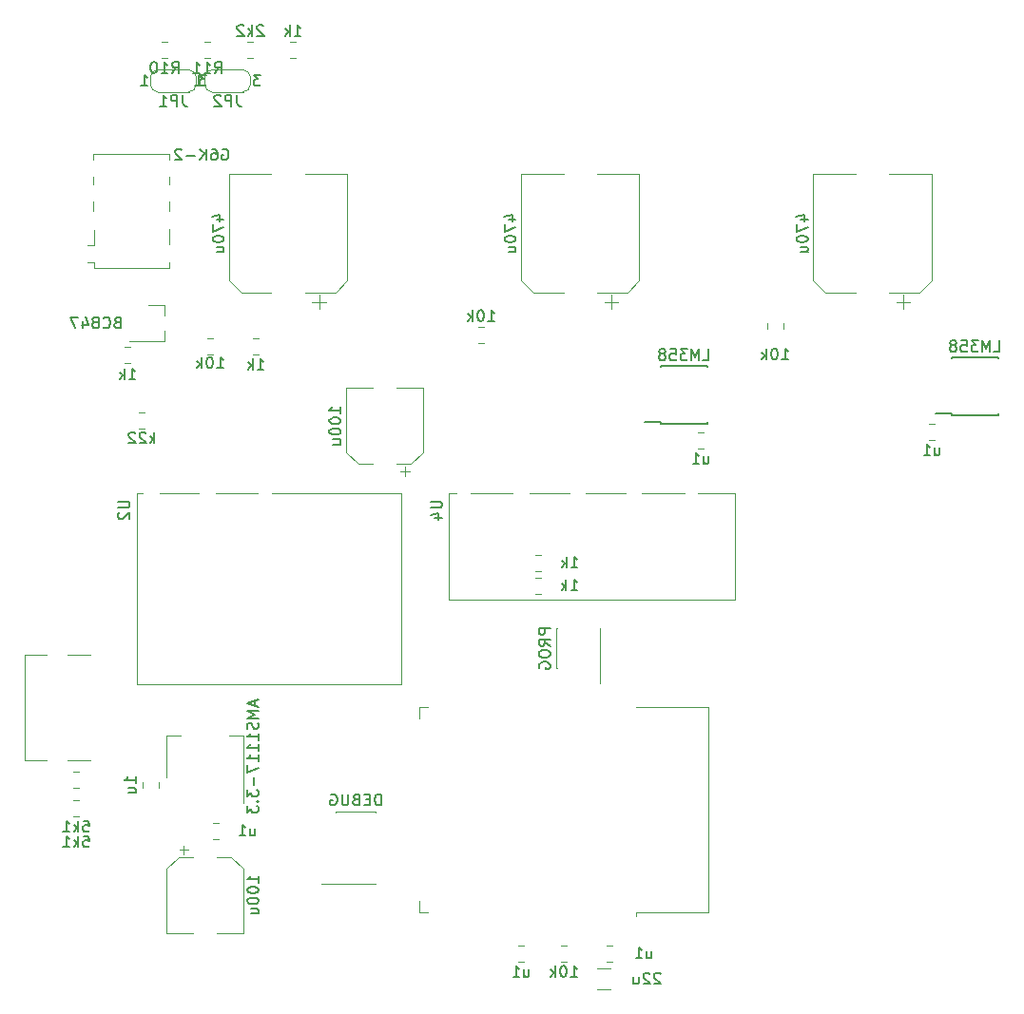
<source format=gbr>
%TF.GenerationSoftware,KiCad,Pcbnew,(5.1.6)-1*%
%TF.CreationDate,2020-10-02T15:44:05+02:00*%
%TF.ProjectId,PTnglieder,50546e67-6c69-4656-9465-722e6b696361,rev?*%
%TF.SameCoordinates,Original*%
%TF.FileFunction,Legend,Bot*%
%TF.FilePolarity,Positive*%
%FSLAX46Y46*%
G04 Gerber Fmt 4.6, Leading zero omitted, Abs format (unit mm)*
G04 Created by KiCad (PCBNEW (5.1.6)-1) date 2020-10-02 15:44:05*
%MOMM*%
%LPD*%
G01*
G04 APERTURE LIST*
%ADD10C,0.120000*%
%ADD11C,0.150000*%
G04 APERTURE END LIST*
D10*
%TO.C,J7*%
X81775000Y-123576000D02*
X81775000Y-123511000D01*
X78245000Y-123576000D02*
X78245000Y-123511000D01*
X81775000Y-129981000D02*
X81775000Y-129916000D01*
X78245000Y-129981000D02*
X78245000Y-129916000D01*
X76920000Y-129916000D02*
X78245000Y-129916000D01*
X78245000Y-123511000D02*
X81775000Y-123511000D01*
X78245000Y-129981000D02*
X81775000Y-129981000D01*
%TO.C,R15*%
X60698748Y-87936000D02*
X61221252Y-87936000D01*
X60698748Y-89356000D02*
X61221252Y-89356000D01*
%TO.C,U4*%
X110500000Y-95155000D02*
X113750000Y-95155000D01*
X105500000Y-95155000D02*
X109250000Y-95155000D01*
X100500000Y-95155000D02*
X104000000Y-95155000D01*
X95500000Y-95155000D02*
X99000000Y-95155000D01*
X90250000Y-95155000D02*
X94000000Y-95155000D01*
X88250000Y-95155000D02*
X89000000Y-95155000D01*
X88250000Y-95155000D02*
X88250000Y-104655000D01*
X88250000Y-104655000D02*
X113750000Y-104655000D01*
X113750000Y-104655000D02*
X113750000Y-95155000D01*
%TO.C,R14*%
X98813252Y-136854000D02*
X98290748Y-136854000D01*
X98813252Y-135434000D02*
X98290748Y-135434000D01*
%TO.C,C12*%
X102354748Y-135434000D02*
X102877252Y-135434000D01*
X102354748Y-136854000D02*
X102877252Y-136854000D01*
%TO.C,C11*%
X101505936Y-137520000D02*
X102710064Y-137520000D01*
X101505936Y-139340000D02*
X102710064Y-139340000D01*
%TO.C,C10*%
X95003252Y-136854000D02*
X94480748Y-136854000D01*
X95003252Y-135434000D02*
X94480748Y-135434000D01*
D11*
%TO.C,U5*%
X133053000Y-88028000D02*
X131653000Y-88028000D01*
X133053000Y-83023000D02*
X137203000Y-83023000D01*
X133053000Y-88173000D02*
X137203000Y-88173000D01*
X133053000Y-83023000D02*
X133053000Y-83168000D01*
X137203000Y-83023000D02*
X137203000Y-83168000D01*
X137203000Y-88173000D02*
X137203000Y-88028000D01*
X133053000Y-88173000D02*
X133053000Y-88028000D01*
D10*
%TO.C,U6*%
X104990000Y-132485000D02*
X104990000Y-132865000D01*
X111410000Y-132485000D02*
X104990000Y-132485000D01*
X111410000Y-114245000D02*
X104990000Y-114245000D01*
X111410000Y-132485000D02*
X111410000Y-114245000D01*
X85665000Y-114245000D02*
X85665000Y-115245000D01*
X86445000Y-114245000D02*
X85665000Y-114245000D01*
X85665000Y-132485000D02*
X85665000Y-131485000D01*
X86445000Y-132485000D02*
X85665000Y-132485000D01*
%TO.C,J5*%
X52455000Y-118950000D02*
X50555000Y-118950000D01*
X56355000Y-118950000D02*
X54355000Y-118950000D01*
X52455000Y-109550000D02*
X50555000Y-109550000D01*
X56355000Y-109550000D02*
X54355000Y-109550000D01*
X50555000Y-118950000D02*
X50555000Y-109550000D01*
%TO.C,C5*%
X120740000Y-66740000D02*
X124490000Y-66740000D01*
X131260000Y-66740000D02*
X127510000Y-66740000D01*
X131260000Y-76195563D02*
X131260000Y-66740000D01*
X120740000Y-76195563D02*
X120740000Y-66740000D01*
X121804437Y-77260000D02*
X124490000Y-77260000D01*
X130195563Y-77260000D02*
X127510000Y-77260000D01*
X130195563Y-77260000D02*
X131260000Y-76195563D01*
X121804437Y-77260000D02*
X120740000Y-76195563D01*
X128760000Y-78750000D02*
X128760000Y-77500000D01*
X129385000Y-78125000D02*
X128135000Y-78125000D01*
%TO.C,U3*%
X63138000Y-116708000D02*
X64398000Y-116708000D01*
X69958000Y-116708000D02*
X68698000Y-116708000D01*
X63138000Y-120468000D02*
X63138000Y-116708000D01*
X69958000Y-122718000D02*
X69958000Y-116708000D01*
%TO.C,U2*%
X61052000Y-95143000D02*
X60552000Y-95143000D01*
X66052000Y-95143000D02*
X62552000Y-95143000D01*
X71302000Y-95143000D02*
X67552000Y-95143000D01*
X60552000Y-112143000D02*
X60552000Y-95143000D01*
X84052000Y-112143000D02*
X60552000Y-112143000D01*
X84052000Y-95143000D02*
X84052000Y-112143000D01*
X72552000Y-95143000D02*
X84052000Y-95143000D01*
%TO.C,R13*%
X74160748Y-54916000D02*
X74683252Y-54916000D01*
X74160748Y-56336000D02*
X74683252Y-56336000D01*
%TO.C,R12*%
X70350748Y-54916000D02*
X70873252Y-54916000D01*
X70350748Y-56336000D02*
X70873252Y-56336000D01*
%TO.C,R11*%
X66540748Y-54916000D02*
X67063252Y-54916000D01*
X66540748Y-56336000D02*
X67063252Y-56336000D01*
%TO.C,R10*%
X62739748Y-54916000D02*
X63262252Y-54916000D01*
X62739748Y-56336000D02*
X63262252Y-56336000D01*
%TO.C,R9*%
X55379252Y-121360000D02*
X54856748Y-121360000D01*
X55379252Y-119940000D02*
X54856748Y-119940000D01*
%TO.C,R8*%
X54856748Y-122480000D02*
X55379252Y-122480000D01*
X54856748Y-123900000D02*
X55379252Y-123900000D01*
%TO.C,R7*%
X59428748Y-82094000D02*
X59951252Y-82094000D01*
X59428748Y-83514000D02*
X59951252Y-83514000D01*
%TO.C,R6*%
X116638000Y-80525252D02*
X116638000Y-80002748D01*
X118058000Y-80525252D02*
X118058000Y-80002748D01*
%TO.C,R5*%
X90924748Y-80316000D02*
X91447252Y-80316000D01*
X90924748Y-81736000D02*
X91447252Y-81736000D01*
%TO.C,R4*%
X95995748Y-100636000D02*
X96518252Y-100636000D01*
X95995748Y-102056000D02*
X96518252Y-102056000D01*
%TO.C,R3*%
X95995748Y-104088000D02*
X96518252Y-104088000D01*
X95995748Y-102668000D02*
X96518252Y-102668000D01*
%TO.C,R2*%
X66785748Y-81332000D02*
X67308252Y-81332000D01*
X66785748Y-82752000D02*
X67308252Y-82752000D01*
%TO.C,R1*%
X71381252Y-82752000D02*
X70858748Y-82752000D01*
X71381252Y-81332000D02*
X70858748Y-81332000D01*
%TO.C,Q1*%
X62990000Y-78430000D02*
X61530000Y-78430000D01*
X62990000Y-81590000D02*
X59830000Y-81590000D01*
X62990000Y-81590000D02*
X62990000Y-80660000D01*
X62990000Y-78430000D02*
X62990000Y-79360000D01*
%TO.C,K1*%
X56700000Y-73090000D02*
X56100000Y-73090000D01*
X56700000Y-74590000D02*
X56100000Y-74590000D01*
X56700000Y-75090000D02*
X56700000Y-74590000D01*
X56700000Y-71690000D02*
X56700000Y-73090000D01*
X56660000Y-69200000D02*
X56660000Y-70000000D01*
X56660000Y-67000000D02*
X56660000Y-67600000D01*
X56660000Y-64900000D02*
X56660000Y-65400000D01*
X63360000Y-64900000D02*
X56660000Y-64900000D01*
X63360000Y-65400000D02*
X63360000Y-64900000D01*
X63360000Y-67600000D02*
X63360000Y-67000000D01*
X63360000Y-70000000D02*
X63360000Y-69200000D01*
X63360000Y-73000000D02*
X63360000Y-71600000D01*
X63360000Y-75100000D02*
X63360000Y-74600000D01*
X56700000Y-75090000D02*
X63360000Y-75100000D01*
%TO.C,JP2*%
X67180000Y-59420000D02*
X69980000Y-59420000D01*
X70630000Y-58720000D02*
X70630000Y-58120000D01*
X69980000Y-57420000D02*
X67180000Y-57420000D01*
X66530000Y-58120000D02*
X66530000Y-58720000D01*
X66530000Y-58720000D02*
G75*
G03*
X67230000Y-59420000I700000J0D01*
G01*
X67230000Y-57420000D02*
G75*
G03*
X66530000Y-58120000I0J-700000D01*
G01*
X70630000Y-58120000D02*
G75*
G03*
X69930000Y-57420000I-700000J0D01*
G01*
X69930000Y-59420000D02*
G75*
G03*
X70630000Y-58720000I0J700000D01*
G01*
%TO.C,JP1*%
X62354000Y-59420000D02*
X65154000Y-59420000D01*
X65804000Y-58720000D02*
X65804000Y-58120000D01*
X65154000Y-57420000D02*
X62354000Y-57420000D01*
X61704000Y-58120000D02*
X61704000Y-58720000D01*
X61704000Y-58720000D02*
G75*
G03*
X62404000Y-59420000I700000J0D01*
G01*
X62404000Y-57420000D02*
G75*
G03*
X61704000Y-58120000I0J-700000D01*
G01*
X65804000Y-58120000D02*
G75*
G03*
X65104000Y-57420000I-700000J0D01*
G01*
X65104000Y-59420000D02*
G75*
G03*
X65804000Y-58720000I0J700000D01*
G01*
%TO.C,J6*%
X97922000Y-107201000D02*
X97857000Y-107201000D01*
X97922000Y-110731000D02*
X97857000Y-110731000D01*
X101787000Y-107201000D02*
X101722000Y-107201000D01*
X101787000Y-110731000D02*
X101722000Y-110731000D01*
X101722000Y-112056000D02*
X101722000Y-110731000D01*
X97857000Y-110731000D02*
X97857000Y-107201000D01*
X101787000Y-110731000D02*
X101787000Y-107201000D01*
%TO.C,C9*%
X64306750Y-126926250D02*
X65094250Y-126926250D01*
X64700500Y-126532500D02*
X64700500Y-127320000D01*
X68893563Y-127560000D02*
X69958000Y-128624437D01*
X64202437Y-127560000D02*
X63138000Y-128624437D01*
X64202437Y-127560000D02*
X65488000Y-127560000D01*
X68893563Y-127560000D02*
X67608000Y-127560000D01*
X69958000Y-128624437D02*
X69958000Y-134380000D01*
X63138000Y-128624437D02*
X63138000Y-134380000D01*
X63138000Y-134380000D02*
X65488000Y-134380000D01*
X69958000Y-134380000D02*
X67608000Y-134380000D01*
%TO.C,C8*%
X67311748Y-124512000D02*
X67834252Y-124512000D01*
X67311748Y-125932000D02*
X67834252Y-125932000D01*
%TO.C,C7*%
X62432000Y-120896748D02*
X62432000Y-121419252D01*
X61012000Y-120896748D02*
X61012000Y-121419252D01*
%TO.C,C6*%
X111005252Y-91134000D02*
X110482748Y-91134000D01*
X111005252Y-89714000D02*
X110482748Y-89714000D01*
%TO.C,C1*%
X131579252Y-90372000D02*
X131056748Y-90372000D01*
X131579252Y-88952000D02*
X131056748Y-88952000D01*
D11*
%TO.C,U1*%
X107145000Y-88935000D02*
X107145000Y-88790000D01*
X111295000Y-88935000D02*
X111295000Y-88790000D01*
X111295000Y-83785000D02*
X111295000Y-83930000D01*
X107145000Y-83785000D02*
X107145000Y-83930000D01*
X107145000Y-88935000D02*
X111295000Y-88935000D01*
X107145000Y-83785000D02*
X111295000Y-83785000D01*
X107145000Y-88790000D02*
X105745000Y-88790000D01*
D10*
%TO.C,C4*%
X94740000Y-66740000D02*
X98490000Y-66740000D01*
X105260000Y-66740000D02*
X101510000Y-66740000D01*
X105260000Y-76195563D02*
X105260000Y-66740000D01*
X94740000Y-76195563D02*
X94740000Y-66740000D01*
X95804437Y-77260000D02*
X98490000Y-77260000D01*
X104195563Y-77260000D02*
X101510000Y-77260000D01*
X104195563Y-77260000D02*
X105260000Y-76195563D01*
X95804437Y-77260000D02*
X94740000Y-76195563D01*
X102760000Y-78750000D02*
X102760000Y-77500000D01*
X103385000Y-78125000D02*
X102135000Y-78125000D01*
%TO.C,C3*%
X68740000Y-66740000D02*
X72490000Y-66740000D01*
X79260000Y-66740000D02*
X75510000Y-66740000D01*
X79260000Y-76195563D02*
X79260000Y-66740000D01*
X68740000Y-76195563D02*
X68740000Y-66740000D01*
X69804437Y-77260000D02*
X72490000Y-77260000D01*
X78195563Y-77260000D02*
X75510000Y-77260000D01*
X78195563Y-77260000D02*
X79260000Y-76195563D01*
X69804437Y-77260000D02*
X68740000Y-76195563D01*
X76760000Y-78750000D02*
X76760000Y-77500000D01*
X77385000Y-78125000D02*
X76135000Y-78125000D01*
%TO.C,C2*%
X79140000Y-85744000D02*
X81490000Y-85744000D01*
X85960000Y-85744000D02*
X83610000Y-85744000D01*
X85960000Y-91499563D02*
X85960000Y-85744000D01*
X79140000Y-91499563D02*
X79140000Y-85744000D01*
X80204437Y-92564000D02*
X81490000Y-92564000D01*
X84895563Y-92564000D02*
X83610000Y-92564000D01*
X84895563Y-92564000D02*
X85960000Y-91499563D01*
X80204437Y-92564000D02*
X79140000Y-91499563D01*
X84397500Y-93591500D02*
X84397500Y-92804000D01*
X84791250Y-93197750D02*
X84003750Y-93197750D01*
%TO.C,J7*%
D11*
X82248095Y-122963380D02*
X82248095Y-121963380D01*
X82010000Y-121963380D01*
X81867142Y-122011000D01*
X81771904Y-122106238D01*
X81724285Y-122201476D01*
X81676666Y-122391952D01*
X81676666Y-122534809D01*
X81724285Y-122725285D01*
X81771904Y-122820523D01*
X81867142Y-122915761D01*
X82010000Y-122963380D01*
X82248095Y-122963380D01*
X81248095Y-122439571D02*
X80914761Y-122439571D01*
X80771904Y-122963380D02*
X81248095Y-122963380D01*
X81248095Y-121963380D01*
X80771904Y-121963380D01*
X80010000Y-122439571D02*
X79867142Y-122487190D01*
X79819523Y-122534809D01*
X79771904Y-122630047D01*
X79771904Y-122772904D01*
X79819523Y-122868142D01*
X79867142Y-122915761D01*
X79962380Y-122963380D01*
X80343333Y-122963380D01*
X80343333Y-121963380D01*
X80010000Y-121963380D01*
X79914761Y-122011000D01*
X79867142Y-122058619D01*
X79819523Y-122153857D01*
X79819523Y-122249095D01*
X79867142Y-122344333D01*
X79914761Y-122391952D01*
X80010000Y-122439571D01*
X80343333Y-122439571D01*
X79343333Y-121963380D02*
X79343333Y-122772904D01*
X79295714Y-122868142D01*
X79248095Y-122915761D01*
X79152857Y-122963380D01*
X78962380Y-122963380D01*
X78867142Y-122915761D01*
X78819523Y-122868142D01*
X78771904Y-122772904D01*
X78771904Y-121963380D01*
X77771904Y-122011000D02*
X77867142Y-121963380D01*
X78010000Y-121963380D01*
X78152857Y-122011000D01*
X78248095Y-122106238D01*
X78295714Y-122201476D01*
X78343333Y-122391952D01*
X78343333Y-122534809D01*
X78295714Y-122725285D01*
X78248095Y-122820523D01*
X78152857Y-122915761D01*
X78010000Y-122963380D01*
X77914761Y-122963380D01*
X77771904Y-122915761D01*
X77724285Y-122868142D01*
X77724285Y-122534809D01*
X77914761Y-122534809D01*
%TO.C,R15*%
X62079047Y-90702380D02*
X62079047Y-89702380D01*
X61983809Y-90321428D02*
X61698095Y-90702380D01*
X61698095Y-90035714D02*
X62079047Y-90416666D01*
X61317142Y-89797619D02*
X61269523Y-89750000D01*
X61174285Y-89702380D01*
X60936190Y-89702380D01*
X60840952Y-89750000D01*
X60793333Y-89797619D01*
X60745714Y-89892857D01*
X60745714Y-89988095D01*
X60793333Y-90130952D01*
X61364761Y-90702380D01*
X60745714Y-90702380D01*
X60364761Y-89797619D02*
X60317142Y-89750000D01*
X60221904Y-89702380D01*
X59983809Y-89702380D01*
X59888571Y-89750000D01*
X59840952Y-89797619D01*
X59793333Y-89892857D01*
X59793333Y-89988095D01*
X59840952Y-90130952D01*
X60412380Y-90702380D01*
X59793333Y-90702380D01*
%TO.C,U4*%
X86692380Y-95893095D02*
X87501904Y-95893095D01*
X87597142Y-95940714D01*
X87644761Y-95988333D01*
X87692380Y-96083571D01*
X87692380Y-96274047D01*
X87644761Y-96369285D01*
X87597142Y-96416904D01*
X87501904Y-96464523D01*
X86692380Y-96464523D01*
X87025714Y-97369285D02*
X87692380Y-97369285D01*
X86644761Y-97131190D02*
X87359047Y-96893095D01*
X87359047Y-97512142D01*
%TO.C,R14*%
X99147238Y-138246380D02*
X99718666Y-138246380D01*
X99432952Y-138246380D02*
X99432952Y-137246380D01*
X99528190Y-137389238D01*
X99623428Y-137484476D01*
X99718666Y-137532095D01*
X98528190Y-137246380D02*
X98432952Y-137246380D01*
X98337714Y-137294000D01*
X98290095Y-137341619D01*
X98242476Y-137436857D01*
X98194857Y-137627333D01*
X98194857Y-137865428D01*
X98242476Y-138055904D01*
X98290095Y-138151142D01*
X98337714Y-138198761D01*
X98432952Y-138246380D01*
X98528190Y-138246380D01*
X98623428Y-138198761D01*
X98671047Y-138151142D01*
X98718666Y-138055904D01*
X98766285Y-137865428D01*
X98766285Y-137627333D01*
X98718666Y-137436857D01*
X98671047Y-137341619D01*
X98623428Y-137294000D01*
X98528190Y-137246380D01*
X97766285Y-138246380D02*
X97766285Y-137246380D01*
X97671047Y-137865428D02*
X97385333Y-138246380D01*
X97385333Y-137579714D02*
X97766285Y-137960666D01*
%TO.C,C12*%
X105925904Y-135929714D02*
X105925904Y-136596380D01*
X106354476Y-135929714D02*
X106354476Y-136453523D01*
X106306857Y-136548761D01*
X106211619Y-136596380D01*
X106068761Y-136596380D01*
X105973523Y-136548761D01*
X105925904Y-136501142D01*
X104925904Y-136596380D02*
X105497333Y-136596380D01*
X105211619Y-136596380D02*
X105211619Y-135596380D01*
X105306857Y-135739238D01*
X105402095Y-135834476D01*
X105497333Y-135882095D01*
%TO.C,C11*%
X107132285Y-137977619D02*
X107084666Y-137930000D01*
X106989428Y-137882380D01*
X106751333Y-137882380D01*
X106656095Y-137930000D01*
X106608476Y-137977619D01*
X106560857Y-138072857D01*
X106560857Y-138168095D01*
X106608476Y-138310952D01*
X107179904Y-138882380D01*
X106560857Y-138882380D01*
X106179904Y-137977619D02*
X106132285Y-137930000D01*
X106037047Y-137882380D01*
X105798952Y-137882380D01*
X105703714Y-137930000D01*
X105656095Y-137977619D01*
X105608476Y-138072857D01*
X105608476Y-138168095D01*
X105656095Y-138310952D01*
X106227523Y-138882380D01*
X105608476Y-138882380D01*
X104751333Y-138215714D02*
X104751333Y-138882380D01*
X105179904Y-138215714D02*
X105179904Y-138739523D01*
X105132285Y-138834761D01*
X105037047Y-138882380D01*
X104894190Y-138882380D01*
X104798952Y-138834761D01*
X104751333Y-138787142D01*
%TO.C,C10*%
X95003904Y-137579714D02*
X95003904Y-138246380D01*
X95432476Y-137579714D02*
X95432476Y-138103523D01*
X95384857Y-138198761D01*
X95289619Y-138246380D01*
X95146761Y-138246380D01*
X95051523Y-138198761D01*
X95003904Y-138151142D01*
X94003904Y-138246380D02*
X94575333Y-138246380D01*
X94289619Y-138246380D02*
X94289619Y-137246380D01*
X94384857Y-137389238D01*
X94480095Y-137484476D01*
X94575333Y-137532095D01*
%TO.C,U5*%
X136818476Y-82550380D02*
X137294666Y-82550380D01*
X137294666Y-81550380D01*
X136485142Y-82550380D02*
X136485142Y-81550380D01*
X136151809Y-82264666D01*
X135818476Y-81550380D01*
X135818476Y-82550380D01*
X135437523Y-81550380D02*
X134818476Y-81550380D01*
X135151809Y-81931333D01*
X135008952Y-81931333D01*
X134913714Y-81978952D01*
X134866095Y-82026571D01*
X134818476Y-82121809D01*
X134818476Y-82359904D01*
X134866095Y-82455142D01*
X134913714Y-82502761D01*
X135008952Y-82550380D01*
X135294666Y-82550380D01*
X135389904Y-82502761D01*
X135437523Y-82455142D01*
X133913714Y-81550380D02*
X134389904Y-81550380D01*
X134437523Y-82026571D01*
X134389904Y-81978952D01*
X134294666Y-81931333D01*
X134056571Y-81931333D01*
X133961333Y-81978952D01*
X133913714Y-82026571D01*
X133866095Y-82121809D01*
X133866095Y-82359904D01*
X133913714Y-82455142D01*
X133961333Y-82502761D01*
X134056571Y-82550380D01*
X134294666Y-82550380D01*
X134389904Y-82502761D01*
X134437523Y-82455142D01*
X133294666Y-81978952D02*
X133389904Y-81931333D01*
X133437523Y-81883714D01*
X133485142Y-81788476D01*
X133485142Y-81740857D01*
X133437523Y-81645619D01*
X133389904Y-81598000D01*
X133294666Y-81550380D01*
X133104190Y-81550380D01*
X133008952Y-81598000D01*
X132961333Y-81645619D01*
X132913714Y-81740857D01*
X132913714Y-81788476D01*
X132961333Y-81883714D01*
X133008952Y-81931333D01*
X133104190Y-81978952D01*
X133294666Y-81978952D01*
X133389904Y-82026571D01*
X133437523Y-82074190D01*
X133485142Y-82169428D01*
X133485142Y-82359904D01*
X133437523Y-82455142D01*
X133389904Y-82502761D01*
X133294666Y-82550380D01*
X133104190Y-82550380D01*
X133008952Y-82502761D01*
X132961333Y-82455142D01*
X132913714Y-82359904D01*
X132913714Y-82169428D01*
X132961333Y-82074190D01*
X133008952Y-82026571D01*
X133104190Y-81978952D01*
%TO.C,C5*%
X119585714Y-70785714D02*
X120252380Y-70785714D01*
X119204761Y-70547619D02*
X119919047Y-70309523D01*
X119919047Y-70928571D01*
X119252380Y-71214285D02*
X119252380Y-71880952D01*
X120252380Y-71452380D01*
X119252380Y-72452380D02*
X119252380Y-72547619D01*
X119300000Y-72642857D01*
X119347619Y-72690476D01*
X119442857Y-72738095D01*
X119633333Y-72785714D01*
X119871428Y-72785714D01*
X120061904Y-72738095D01*
X120157142Y-72690476D01*
X120204761Y-72642857D01*
X120252380Y-72547619D01*
X120252380Y-72452380D01*
X120204761Y-72357142D01*
X120157142Y-72309523D01*
X120061904Y-72261904D01*
X119871428Y-72214285D01*
X119633333Y-72214285D01*
X119442857Y-72261904D01*
X119347619Y-72309523D01*
X119300000Y-72357142D01*
X119252380Y-72452380D01*
X119585714Y-73642857D02*
X120252380Y-73642857D01*
X119585714Y-73214285D02*
X120109523Y-73214285D01*
X120204761Y-73261904D01*
X120252380Y-73357142D01*
X120252380Y-73500000D01*
X120204761Y-73595238D01*
X120157142Y-73642857D01*
%TO.C,U3*%
X71032666Y-113618000D02*
X71032666Y-114094190D01*
X71318380Y-113522761D02*
X70318380Y-113856095D01*
X71318380Y-114189428D01*
X71318380Y-114522761D02*
X70318380Y-114522761D01*
X71032666Y-114856095D01*
X70318380Y-115189428D01*
X71318380Y-115189428D01*
X71270761Y-115618000D02*
X71318380Y-115760857D01*
X71318380Y-115998952D01*
X71270761Y-116094190D01*
X71223142Y-116141809D01*
X71127904Y-116189428D01*
X71032666Y-116189428D01*
X70937428Y-116141809D01*
X70889809Y-116094190D01*
X70842190Y-115998952D01*
X70794571Y-115808476D01*
X70746952Y-115713238D01*
X70699333Y-115665619D01*
X70604095Y-115618000D01*
X70508857Y-115618000D01*
X70413619Y-115665619D01*
X70366000Y-115713238D01*
X70318380Y-115808476D01*
X70318380Y-116046571D01*
X70366000Y-116189428D01*
X71318380Y-117141809D02*
X71318380Y-116570380D01*
X71318380Y-116856095D02*
X70318380Y-116856095D01*
X70461238Y-116760857D01*
X70556476Y-116665619D01*
X70604095Y-116570380D01*
X71318380Y-118094190D02*
X71318380Y-117522761D01*
X71318380Y-117808476D02*
X70318380Y-117808476D01*
X70461238Y-117713238D01*
X70556476Y-117618000D01*
X70604095Y-117522761D01*
X71318380Y-119046571D02*
X71318380Y-118475142D01*
X71318380Y-118760857D02*
X70318380Y-118760857D01*
X70461238Y-118665619D01*
X70556476Y-118570380D01*
X70604095Y-118475142D01*
X70318380Y-119379904D02*
X70318380Y-120046571D01*
X71318380Y-119618000D01*
X70937428Y-120427523D02*
X70937428Y-121189428D01*
X70318380Y-121570380D02*
X70318380Y-122189428D01*
X70699333Y-121856095D01*
X70699333Y-121998952D01*
X70746952Y-122094190D01*
X70794571Y-122141809D01*
X70889809Y-122189428D01*
X71127904Y-122189428D01*
X71223142Y-122141809D01*
X71270761Y-122094190D01*
X71318380Y-121998952D01*
X71318380Y-121713238D01*
X71270761Y-121618000D01*
X71223142Y-121570380D01*
X71223142Y-122618000D02*
X71270761Y-122665619D01*
X71318380Y-122618000D01*
X71270761Y-122570380D01*
X71223142Y-122618000D01*
X71318380Y-122618000D01*
X70318380Y-122998952D02*
X70318380Y-123618000D01*
X70699333Y-123284666D01*
X70699333Y-123427523D01*
X70746952Y-123522761D01*
X70794571Y-123570380D01*
X70889809Y-123618000D01*
X71127904Y-123618000D01*
X71223142Y-123570380D01*
X71270761Y-123522761D01*
X71318380Y-123427523D01*
X71318380Y-123141809D01*
X71270761Y-123046571D01*
X71223142Y-122998952D01*
%TO.C,U2*%
X58844380Y-95881095D02*
X59653904Y-95881095D01*
X59749142Y-95928714D01*
X59796761Y-95976333D01*
X59844380Y-96071571D01*
X59844380Y-96262047D01*
X59796761Y-96357285D01*
X59749142Y-96404904D01*
X59653904Y-96452523D01*
X58844380Y-96452523D01*
X58939619Y-96881095D02*
X58892000Y-96928714D01*
X58844380Y-97023952D01*
X58844380Y-97262047D01*
X58892000Y-97357285D01*
X58939619Y-97404904D01*
X59034857Y-97452523D01*
X59130095Y-97452523D01*
X59272952Y-97404904D01*
X59844380Y-96833476D01*
X59844380Y-97452523D01*
%TO.C,R13*%
X74541047Y-54428380D02*
X75112476Y-54428380D01*
X74826761Y-54428380D02*
X74826761Y-53428380D01*
X74922000Y-53571238D01*
X75017238Y-53666476D01*
X75112476Y-53714095D01*
X74112476Y-54428380D02*
X74112476Y-53428380D01*
X74017238Y-54047428D02*
X73731523Y-54428380D01*
X73731523Y-53761714D02*
X74112476Y-54142666D01*
%TO.C,R12*%
X71778666Y-53523619D02*
X71731047Y-53476000D01*
X71635809Y-53428380D01*
X71397714Y-53428380D01*
X71302476Y-53476000D01*
X71254857Y-53523619D01*
X71207238Y-53618857D01*
X71207238Y-53714095D01*
X71254857Y-53856952D01*
X71826285Y-54428380D01*
X71207238Y-54428380D01*
X70778666Y-54428380D02*
X70778666Y-53428380D01*
X70683428Y-54047428D02*
X70397714Y-54428380D01*
X70397714Y-53761714D02*
X70778666Y-54142666D01*
X70016761Y-53523619D02*
X69969142Y-53476000D01*
X69873904Y-53428380D01*
X69635809Y-53428380D01*
X69540571Y-53476000D01*
X69492952Y-53523619D01*
X69445333Y-53618857D01*
X69445333Y-53714095D01*
X69492952Y-53856952D01*
X70064380Y-54428380D01*
X69445333Y-54428380D01*
%TO.C,R11*%
X67444857Y-57728380D02*
X67778190Y-57252190D01*
X68016285Y-57728380D02*
X68016285Y-56728380D01*
X67635333Y-56728380D01*
X67540095Y-56776000D01*
X67492476Y-56823619D01*
X67444857Y-56918857D01*
X67444857Y-57061714D01*
X67492476Y-57156952D01*
X67540095Y-57204571D01*
X67635333Y-57252190D01*
X68016285Y-57252190D01*
X66492476Y-57728380D02*
X67063904Y-57728380D01*
X66778190Y-57728380D02*
X66778190Y-56728380D01*
X66873428Y-56871238D01*
X66968666Y-56966476D01*
X67063904Y-57014095D01*
X65540095Y-57728380D02*
X66111523Y-57728380D01*
X65825809Y-57728380D02*
X65825809Y-56728380D01*
X65921047Y-56871238D01*
X66016285Y-56966476D01*
X66111523Y-57014095D01*
%TO.C,R10*%
X63643857Y-57728380D02*
X63977190Y-57252190D01*
X64215285Y-57728380D02*
X64215285Y-56728380D01*
X63834333Y-56728380D01*
X63739095Y-56776000D01*
X63691476Y-56823619D01*
X63643857Y-56918857D01*
X63643857Y-57061714D01*
X63691476Y-57156952D01*
X63739095Y-57204571D01*
X63834333Y-57252190D01*
X64215285Y-57252190D01*
X62691476Y-57728380D02*
X63262904Y-57728380D01*
X62977190Y-57728380D02*
X62977190Y-56728380D01*
X63072428Y-56871238D01*
X63167666Y-56966476D01*
X63262904Y-57014095D01*
X62072428Y-56728380D02*
X61977190Y-56728380D01*
X61881952Y-56776000D01*
X61834333Y-56823619D01*
X61786714Y-56918857D01*
X61739095Y-57109333D01*
X61739095Y-57347428D01*
X61786714Y-57537904D01*
X61834333Y-57633142D01*
X61881952Y-57680761D01*
X61977190Y-57728380D01*
X62072428Y-57728380D01*
X62167666Y-57680761D01*
X62215285Y-57633142D01*
X62262904Y-57537904D01*
X62310523Y-57347428D01*
X62310523Y-57109333D01*
X62262904Y-56918857D01*
X62215285Y-56823619D01*
X62167666Y-56776000D01*
X62072428Y-56728380D01*
%TO.C,R9*%
X55760857Y-125690380D02*
X56237047Y-125690380D01*
X56284666Y-126166571D01*
X56237047Y-126118952D01*
X56141809Y-126071333D01*
X55903714Y-126071333D01*
X55808476Y-126118952D01*
X55760857Y-126166571D01*
X55713238Y-126261809D01*
X55713238Y-126499904D01*
X55760857Y-126595142D01*
X55808476Y-126642761D01*
X55903714Y-126690380D01*
X56141809Y-126690380D01*
X56237047Y-126642761D01*
X56284666Y-126595142D01*
X55284666Y-126690380D02*
X55284666Y-125690380D01*
X55189428Y-126309428D02*
X54903714Y-126690380D01*
X54903714Y-126023714D02*
X55284666Y-126404666D01*
X53951333Y-126690380D02*
X54522761Y-126690380D01*
X54237047Y-126690380D02*
X54237047Y-125690380D01*
X54332285Y-125833238D01*
X54427523Y-125928476D01*
X54522761Y-125976095D01*
%TO.C,R8*%
X55760857Y-124332380D02*
X56237047Y-124332380D01*
X56284666Y-124808571D01*
X56237047Y-124760952D01*
X56141809Y-124713333D01*
X55903714Y-124713333D01*
X55808476Y-124760952D01*
X55760857Y-124808571D01*
X55713238Y-124903809D01*
X55713238Y-125141904D01*
X55760857Y-125237142D01*
X55808476Y-125284761D01*
X55903714Y-125332380D01*
X56141809Y-125332380D01*
X56237047Y-125284761D01*
X56284666Y-125237142D01*
X55284666Y-125332380D02*
X55284666Y-124332380D01*
X55189428Y-124951428D02*
X54903714Y-125332380D01*
X54903714Y-124665714D02*
X55284666Y-125046666D01*
X53951333Y-125332380D02*
X54522761Y-125332380D01*
X54237047Y-125332380D02*
X54237047Y-124332380D01*
X54332285Y-124475238D01*
X54427523Y-124570476D01*
X54522761Y-124618095D01*
%TO.C,R7*%
X59809047Y-85034380D02*
X60380476Y-85034380D01*
X60094761Y-85034380D02*
X60094761Y-84034380D01*
X60190000Y-84177238D01*
X60285238Y-84272476D01*
X60380476Y-84320095D01*
X59380476Y-85034380D02*
X59380476Y-84034380D01*
X59285238Y-84653428D02*
X58999523Y-85034380D01*
X58999523Y-84367714D02*
X59380476Y-84748666D01*
%TO.C,R6*%
X117943238Y-83256380D02*
X118514666Y-83256380D01*
X118228952Y-83256380D02*
X118228952Y-82256380D01*
X118324190Y-82399238D01*
X118419428Y-82494476D01*
X118514666Y-82542095D01*
X117324190Y-82256380D02*
X117228952Y-82256380D01*
X117133714Y-82304000D01*
X117086095Y-82351619D01*
X117038476Y-82446857D01*
X116990857Y-82637333D01*
X116990857Y-82875428D01*
X117038476Y-83065904D01*
X117086095Y-83161142D01*
X117133714Y-83208761D01*
X117228952Y-83256380D01*
X117324190Y-83256380D01*
X117419428Y-83208761D01*
X117467047Y-83161142D01*
X117514666Y-83065904D01*
X117562285Y-82875428D01*
X117562285Y-82637333D01*
X117514666Y-82446857D01*
X117467047Y-82351619D01*
X117419428Y-82304000D01*
X117324190Y-82256380D01*
X116562285Y-83256380D02*
X116562285Y-82256380D01*
X116467047Y-82875428D02*
X116181333Y-83256380D01*
X116181333Y-82589714D02*
X116562285Y-82970666D01*
%TO.C,R5*%
X91781238Y-79828380D02*
X92352666Y-79828380D01*
X92066952Y-79828380D02*
X92066952Y-78828380D01*
X92162190Y-78971238D01*
X92257428Y-79066476D01*
X92352666Y-79114095D01*
X91162190Y-78828380D02*
X91066952Y-78828380D01*
X90971714Y-78876000D01*
X90924095Y-78923619D01*
X90876476Y-79018857D01*
X90828857Y-79209333D01*
X90828857Y-79447428D01*
X90876476Y-79637904D01*
X90924095Y-79733142D01*
X90971714Y-79780761D01*
X91066952Y-79828380D01*
X91162190Y-79828380D01*
X91257428Y-79780761D01*
X91305047Y-79733142D01*
X91352666Y-79637904D01*
X91400285Y-79447428D01*
X91400285Y-79209333D01*
X91352666Y-79018857D01*
X91305047Y-78923619D01*
X91257428Y-78876000D01*
X91162190Y-78828380D01*
X90400285Y-79828380D02*
X90400285Y-78828380D01*
X90305047Y-79447428D02*
X90019333Y-79828380D01*
X90019333Y-79161714D02*
X90400285Y-79542666D01*
%TO.C,R4*%
X99179047Y-101798380D02*
X99750476Y-101798380D01*
X99464761Y-101798380D02*
X99464761Y-100798380D01*
X99560000Y-100941238D01*
X99655238Y-101036476D01*
X99750476Y-101084095D01*
X98750476Y-101798380D02*
X98750476Y-100798380D01*
X98655238Y-101417428D02*
X98369523Y-101798380D01*
X98369523Y-101131714D02*
X98750476Y-101512666D01*
%TO.C,R3*%
X99170047Y-103830380D02*
X99741476Y-103830380D01*
X99455761Y-103830380D02*
X99455761Y-102830380D01*
X99551000Y-102973238D01*
X99646238Y-103068476D01*
X99741476Y-103116095D01*
X98741476Y-103830380D02*
X98741476Y-102830380D01*
X98646238Y-103449428D02*
X98360523Y-103830380D01*
X98360523Y-103163714D02*
X98741476Y-103544666D01*
%TO.C,R2*%
X67651238Y-84018380D02*
X68222666Y-84018380D01*
X67936952Y-84018380D02*
X67936952Y-83018380D01*
X68032190Y-83161238D01*
X68127428Y-83256476D01*
X68222666Y-83304095D01*
X67032190Y-83018380D02*
X66936952Y-83018380D01*
X66841714Y-83066000D01*
X66794095Y-83113619D01*
X66746476Y-83208857D01*
X66698857Y-83399333D01*
X66698857Y-83637428D01*
X66746476Y-83827904D01*
X66794095Y-83923142D01*
X66841714Y-83970761D01*
X66936952Y-84018380D01*
X67032190Y-84018380D01*
X67127428Y-83970761D01*
X67175047Y-83923142D01*
X67222666Y-83827904D01*
X67270285Y-83637428D01*
X67270285Y-83399333D01*
X67222666Y-83208857D01*
X67175047Y-83113619D01*
X67127428Y-83066000D01*
X67032190Y-83018380D01*
X66270285Y-84018380D02*
X66270285Y-83018380D01*
X66175047Y-83637428D02*
X65889333Y-84018380D01*
X65889333Y-83351714D02*
X66270285Y-83732666D01*
%TO.C,R1*%
X71239047Y-84144380D02*
X71810476Y-84144380D01*
X71524761Y-84144380D02*
X71524761Y-83144380D01*
X71620000Y-83287238D01*
X71715238Y-83382476D01*
X71810476Y-83430095D01*
X70810476Y-84144380D02*
X70810476Y-83144380D01*
X70715238Y-83763428D02*
X70429523Y-84144380D01*
X70429523Y-83477714D02*
X70810476Y-83858666D01*
%TO.C,Q1*%
X58753142Y-79938571D02*
X58610285Y-79986190D01*
X58562666Y-80033809D01*
X58515047Y-80129047D01*
X58515047Y-80271904D01*
X58562666Y-80367142D01*
X58610285Y-80414761D01*
X58705523Y-80462380D01*
X59086476Y-80462380D01*
X59086476Y-79462380D01*
X58753142Y-79462380D01*
X58657904Y-79510000D01*
X58610285Y-79557619D01*
X58562666Y-79652857D01*
X58562666Y-79748095D01*
X58610285Y-79843333D01*
X58657904Y-79890952D01*
X58753142Y-79938571D01*
X59086476Y-79938571D01*
X57515047Y-80367142D02*
X57562666Y-80414761D01*
X57705523Y-80462380D01*
X57800761Y-80462380D01*
X57943619Y-80414761D01*
X58038857Y-80319523D01*
X58086476Y-80224285D01*
X58134095Y-80033809D01*
X58134095Y-79890952D01*
X58086476Y-79700476D01*
X58038857Y-79605238D01*
X57943619Y-79510000D01*
X57800761Y-79462380D01*
X57705523Y-79462380D01*
X57562666Y-79510000D01*
X57515047Y-79557619D01*
X56943619Y-79890952D02*
X57038857Y-79843333D01*
X57086476Y-79795714D01*
X57134095Y-79700476D01*
X57134095Y-79652857D01*
X57086476Y-79557619D01*
X57038857Y-79510000D01*
X56943619Y-79462380D01*
X56753142Y-79462380D01*
X56657904Y-79510000D01*
X56610285Y-79557619D01*
X56562666Y-79652857D01*
X56562666Y-79700476D01*
X56610285Y-79795714D01*
X56657904Y-79843333D01*
X56753142Y-79890952D01*
X56943619Y-79890952D01*
X57038857Y-79938571D01*
X57086476Y-79986190D01*
X57134095Y-80081428D01*
X57134095Y-80271904D01*
X57086476Y-80367142D01*
X57038857Y-80414761D01*
X56943619Y-80462380D01*
X56753142Y-80462380D01*
X56657904Y-80414761D01*
X56610285Y-80367142D01*
X56562666Y-80271904D01*
X56562666Y-80081428D01*
X56610285Y-79986190D01*
X56657904Y-79938571D01*
X56753142Y-79890952D01*
X55705523Y-79795714D02*
X55705523Y-80462380D01*
X55943619Y-79414761D02*
X56181714Y-80129047D01*
X55562666Y-80129047D01*
X55276952Y-79462380D02*
X54610285Y-79462380D01*
X55038857Y-80462380D01*
%TO.C,K1*%
X68103523Y-64524000D02*
X68198761Y-64476380D01*
X68341619Y-64476380D01*
X68484476Y-64524000D01*
X68579714Y-64619238D01*
X68627333Y-64714476D01*
X68674952Y-64904952D01*
X68674952Y-65047809D01*
X68627333Y-65238285D01*
X68579714Y-65333523D01*
X68484476Y-65428761D01*
X68341619Y-65476380D01*
X68246380Y-65476380D01*
X68103523Y-65428761D01*
X68055904Y-65381142D01*
X68055904Y-65047809D01*
X68246380Y-65047809D01*
X67198761Y-64476380D02*
X67389238Y-64476380D01*
X67484476Y-64524000D01*
X67532095Y-64571619D01*
X67627333Y-64714476D01*
X67674952Y-64904952D01*
X67674952Y-65285904D01*
X67627333Y-65381142D01*
X67579714Y-65428761D01*
X67484476Y-65476380D01*
X67294000Y-65476380D01*
X67198761Y-65428761D01*
X67151142Y-65381142D01*
X67103523Y-65285904D01*
X67103523Y-65047809D01*
X67151142Y-64952571D01*
X67198761Y-64904952D01*
X67294000Y-64857333D01*
X67484476Y-64857333D01*
X67579714Y-64904952D01*
X67627333Y-64952571D01*
X67674952Y-65047809D01*
X66674952Y-65476380D02*
X66674952Y-64476380D01*
X66103523Y-65476380D02*
X66532095Y-64904952D01*
X66103523Y-64476380D02*
X66674952Y-65047809D01*
X65674952Y-65095428D02*
X64913047Y-65095428D01*
X64484476Y-64571619D02*
X64436857Y-64524000D01*
X64341619Y-64476380D01*
X64103523Y-64476380D01*
X64008285Y-64524000D01*
X63960666Y-64571619D01*
X63913047Y-64666857D01*
X63913047Y-64762095D01*
X63960666Y-64904952D01*
X64532095Y-65476380D01*
X63913047Y-65476380D01*
%TO.C,JP2*%
X69413333Y-59672380D02*
X69413333Y-60386666D01*
X69460952Y-60529523D01*
X69556190Y-60624761D01*
X69699047Y-60672380D01*
X69794285Y-60672380D01*
X68937142Y-60672380D02*
X68937142Y-59672380D01*
X68556190Y-59672380D01*
X68460952Y-59720000D01*
X68413333Y-59767619D01*
X68365714Y-59862857D01*
X68365714Y-60005714D01*
X68413333Y-60100952D01*
X68460952Y-60148571D01*
X68556190Y-60196190D01*
X68937142Y-60196190D01*
X67984761Y-59767619D02*
X67937142Y-59720000D01*
X67841904Y-59672380D01*
X67603809Y-59672380D01*
X67508571Y-59720000D01*
X67460952Y-59767619D01*
X67413333Y-59862857D01*
X67413333Y-59958095D01*
X67460952Y-60100952D01*
X68032380Y-60672380D01*
X67413333Y-60672380D01*
X65694285Y-58872380D02*
X66265714Y-58872380D01*
X65980000Y-58872380D02*
X65980000Y-57872380D01*
X66075238Y-58015238D01*
X66170476Y-58110476D01*
X66265714Y-58158095D01*
X71513333Y-57872380D02*
X70894285Y-57872380D01*
X71227619Y-58253333D01*
X71084761Y-58253333D01*
X70989523Y-58300952D01*
X70941904Y-58348571D01*
X70894285Y-58443809D01*
X70894285Y-58681904D01*
X70941904Y-58777142D01*
X70989523Y-58824761D01*
X71084761Y-58872380D01*
X71370476Y-58872380D01*
X71465714Y-58824761D01*
X71513333Y-58777142D01*
%TO.C,JP1*%
X64587333Y-59672380D02*
X64587333Y-60386666D01*
X64634952Y-60529523D01*
X64730190Y-60624761D01*
X64873047Y-60672380D01*
X64968285Y-60672380D01*
X64111142Y-60672380D02*
X64111142Y-59672380D01*
X63730190Y-59672380D01*
X63634952Y-59720000D01*
X63587333Y-59767619D01*
X63539714Y-59862857D01*
X63539714Y-60005714D01*
X63587333Y-60100952D01*
X63634952Y-60148571D01*
X63730190Y-60196190D01*
X64111142Y-60196190D01*
X62587333Y-60672380D02*
X63158761Y-60672380D01*
X62873047Y-60672380D02*
X62873047Y-59672380D01*
X62968285Y-59815238D01*
X63063523Y-59910476D01*
X63158761Y-59958095D01*
X60868285Y-58872380D02*
X61439714Y-58872380D01*
X61154000Y-58872380D02*
X61154000Y-57872380D01*
X61249238Y-58015238D01*
X61344476Y-58110476D01*
X61439714Y-58158095D01*
X66687333Y-57872380D02*
X66068285Y-57872380D01*
X66401619Y-58253333D01*
X66258761Y-58253333D01*
X66163523Y-58300952D01*
X66115904Y-58348571D01*
X66068285Y-58443809D01*
X66068285Y-58681904D01*
X66115904Y-58777142D01*
X66163523Y-58824761D01*
X66258761Y-58872380D01*
X66544476Y-58872380D01*
X66639714Y-58824761D01*
X66687333Y-58777142D01*
%TO.C,J6*%
X97309380Y-107180285D02*
X96309380Y-107180285D01*
X96309380Y-107561238D01*
X96357000Y-107656476D01*
X96404619Y-107704095D01*
X96499857Y-107751714D01*
X96642714Y-107751714D01*
X96737952Y-107704095D01*
X96785571Y-107656476D01*
X96833190Y-107561238D01*
X96833190Y-107180285D01*
X97309380Y-108751714D02*
X96833190Y-108418380D01*
X97309380Y-108180285D02*
X96309380Y-108180285D01*
X96309380Y-108561238D01*
X96357000Y-108656476D01*
X96404619Y-108704095D01*
X96499857Y-108751714D01*
X96642714Y-108751714D01*
X96737952Y-108704095D01*
X96785571Y-108656476D01*
X96833190Y-108561238D01*
X96833190Y-108180285D01*
X96309380Y-109370761D02*
X96309380Y-109561238D01*
X96357000Y-109656476D01*
X96452238Y-109751714D01*
X96642714Y-109799333D01*
X96976047Y-109799333D01*
X97166523Y-109751714D01*
X97261761Y-109656476D01*
X97309380Y-109561238D01*
X97309380Y-109370761D01*
X97261761Y-109275523D01*
X97166523Y-109180285D01*
X96976047Y-109132666D01*
X96642714Y-109132666D01*
X96452238Y-109180285D01*
X96357000Y-109275523D01*
X96309380Y-109370761D01*
X96357000Y-110751714D02*
X96309380Y-110656476D01*
X96309380Y-110513619D01*
X96357000Y-110370761D01*
X96452238Y-110275523D01*
X96547476Y-110227904D01*
X96737952Y-110180285D01*
X96880809Y-110180285D01*
X97071285Y-110227904D01*
X97166523Y-110275523D01*
X97261761Y-110370761D01*
X97309380Y-110513619D01*
X97309380Y-110608857D01*
X97261761Y-110751714D01*
X97214142Y-110799333D01*
X96880809Y-110799333D01*
X96880809Y-110608857D01*
%TO.C,C9*%
X71350380Y-129850952D02*
X71350380Y-129279523D01*
X71350380Y-129565238D02*
X70350380Y-129565238D01*
X70493238Y-129470000D01*
X70588476Y-129374761D01*
X70636095Y-129279523D01*
X70350380Y-130470000D02*
X70350380Y-130565238D01*
X70398000Y-130660476D01*
X70445619Y-130708095D01*
X70540857Y-130755714D01*
X70731333Y-130803333D01*
X70969428Y-130803333D01*
X71159904Y-130755714D01*
X71255142Y-130708095D01*
X71302761Y-130660476D01*
X71350380Y-130565238D01*
X71350380Y-130470000D01*
X71302761Y-130374761D01*
X71255142Y-130327142D01*
X71159904Y-130279523D01*
X70969428Y-130231904D01*
X70731333Y-130231904D01*
X70540857Y-130279523D01*
X70445619Y-130327142D01*
X70398000Y-130374761D01*
X70350380Y-130470000D01*
X70350380Y-131422380D02*
X70350380Y-131517619D01*
X70398000Y-131612857D01*
X70445619Y-131660476D01*
X70540857Y-131708095D01*
X70731333Y-131755714D01*
X70969428Y-131755714D01*
X71159904Y-131708095D01*
X71255142Y-131660476D01*
X71302761Y-131612857D01*
X71350380Y-131517619D01*
X71350380Y-131422380D01*
X71302761Y-131327142D01*
X71255142Y-131279523D01*
X71159904Y-131231904D01*
X70969428Y-131184285D01*
X70731333Y-131184285D01*
X70540857Y-131231904D01*
X70445619Y-131279523D01*
X70398000Y-131327142D01*
X70350380Y-131422380D01*
X70683714Y-132612857D02*
X71350380Y-132612857D01*
X70683714Y-132184285D02*
X71207523Y-132184285D01*
X71302761Y-132231904D01*
X71350380Y-132327142D01*
X71350380Y-132470000D01*
X71302761Y-132565238D01*
X71255142Y-132612857D01*
%TO.C,C8*%
X70619904Y-125007714D02*
X70619904Y-125674380D01*
X71048476Y-125007714D02*
X71048476Y-125531523D01*
X71000857Y-125626761D01*
X70905619Y-125674380D01*
X70762761Y-125674380D01*
X70667523Y-125626761D01*
X70619904Y-125579142D01*
X69619904Y-125674380D02*
X70191333Y-125674380D01*
X69905619Y-125674380D02*
X69905619Y-124674380D01*
X70000857Y-124817238D01*
X70096095Y-124912476D01*
X70191333Y-124960095D01*
%TO.C,C7*%
X60396380Y-120991333D02*
X60396380Y-120419904D01*
X60396380Y-120705619D02*
X59396380Y-120705619D01*
X59539238Y-120610380D01*
X59634476Y-120515142D01*
X59682095Y-120419904D01*
X59729714Y-121848476D02*
X60396380Y-121848476D01*
X59729714Y-121419904D02*
X60253523Y-121419904D01*
X60348761Y-121467523D01*
X60396380Y-121562761D01*
X60396380Y-121705619D01*
X60348761Y-121800857D01*
X60301142Y-121848476D01*
%TO.C,C6*%
X111005904Y-91859714D02*
X111005904Y-92526380D01*
X111434476Y-91859714D02*
X111434476Y-92383523D01*
X111386857Y-92478761D01*
X111291619Y-92526380D01*
X111148761Y-92526380D01*
X111053523Y-92478761D01*
X111005904Y-92431142D01*
X110005904Y-92526380D02*
X110577333Y-92526380D01*
X110291619Y-92526380D02*
X110291619Y-91526380D01*
X110386857Y-91669238D01*
X110482095Y-91764476D01*
X110577333Y-91812095D01*
%TO.C,C1*%
X131579904Y-91097714D02*
X131579904Y-91764380D01*
X132008476Y-91097714D02*
X132008476Y-91621523D01*
X131960857Y-91716761D01*
X131865619Y-91764380D01*
X131722761Y-91764380D01*
X131627523Y-91716761D01*
X131579904Y-91669142D01*
X130579904Y-91764380D02*
X131151333Y-91764380D01*
X130865619Y-91764380D02*
X130865619Y-90764380D01*
X130960857Y-90907238D01*
X131056095Y-91002476D01*
X131151333Y-91050095D01*
%TO.C,U1*%
X110910476Y-83312380D02*
X111386666Y-83312380D01*
X111386666Y-82312380D01*
X110577142Y-83312380D02*
X110577142Y-82312380D01*
X110243809Y-83026666D01*
X109910476Y-82312380D01*
X109910476Y-83312380D01*
X109529523Y-82312380D02*
X108910476Y-82312380D01*
X109243809Y-82693333D01*
X109100952Y-82693333D01*
X109005714Y-82740952D01*
X108958095Y-82788571D01*
X108910476Y-82883809D01*
X108910476Y-83121904D01*
X108958095Y-83217142D01*
X109005714Y-83264761D01*
X109100952Y-83312380D01*
X109386666Y-83312380D01*
X109481904Y-83264761D01*
X109529523Y-83217142D01*
X108005714Y-82312380D02*
X108481904Y-82312380D01*
X108529523Y-82788571D01*
X108481904Y-82740952D01*
X108386666Y-82693333D01*
X108148571Y-82693333D01*
X108053333Y-82740952D01*
X108005714Y-82788571D01*
X107958095Y-82883809D01*
X107958095Y-83121904D01*
X108005714Y-83217142D01*
X108053333Y-83264761D01*
X108148571Y-83312380D01*
X108386666Y-83312380D01*
X108481904Y-83264761D01*
X108529523Y-83217142D01*
X107386666Y-82740952D02*
X107481904Y-82693333D01*
X107529523Y-82645714D01*
X107577142Y-82550476D01*
X107577142Y-82502857D01*
X107529523Y-82407619D01*
X107481904Y-82360000D01*
X107386666Y-82312380D01*
X107196190Y-82312380D01*
X107100952Y-82360000D01*
X107053333Y-82407619D01*
X107005714Y-82502857D01*
X107005714Y-82550476D01*
X107053333Y-82645714D01*
X107100952Y-82693333D01*
X107196190Y-82740952D01*
X107386666Y-82740952D01*
X107481904Y-82788571D01*
X107529523Y-82836190D01*
X107577142Y-82931428D01*
X107577142Y-83121904D01*
X107529523Y-83217142D01*
X107481904Y-83264761D01*
X107386666Y-83312380D01*
X107196190Y-83312380D01*
X107100952Y-83264761D01*
X107053333Y-83217142D01*
X107005714Y-83121904D01*
X107005714Y-82931428D01*
X107053333Y-82836190D01*
X107100952Y-82788571D01*
X107196190Y-82740952D01*
%TO.C,C4*%
X93585714Y-70785714D02*
X94252380Y-70785714D01*
X93204761Y-70547619D02*
X93919047Y-70309523D01*
X93919047Y-70928571D01*
X93252380Y-71214285D02*
X93252380Y-71880952D01*
X94252380Y-71452380D01*
X93252380Y-72452380D02*
X93252380Y-72547619D01*
X93300000Y-72642857D01*
X93347619Y-72690476D01*
X93442857Y-72738095D01*
X93633333Y-72785714D01*
X93871428Y-72785714D01*
X94061904Y-72738095D01*
X94157142Y-72690476D01*
X94204761Y-72642857D01*
X94252380Y-72547619D01*
X94252380Y-72452380D01*
X94204761Y-72357142D01*
X94157142Y-72309523D01*
X94061904Y-72261904D01*
X93871428Y-72214285D01*
X93633333Y-72214285D01*
X93442857Y-72261904D01*
X93347619Y-72309523D01*
X93300000Y-72357142D01*
X93252380Y-72452380D01*
X93585714Y-73642857D02*
X94252380Y-73642857D01*
X93585714Y-73214285D02*
X94109523Y-73214285D01*
X94204761Y-73261904D01*
X94252380Y-73357142D01*
X94252380Y-73500000D01*
X94204761Y-73595238D01*
X94157142Y-73642857D01*
%TO.C,C3*%
X67585714Y-70785714D02*
X68252380Y-70785714D01*
X67204761Y-70547619D02*
X67919047Y-70309523D01*
X67919047Y-70928571D01*
X67252380Y-71214285D02*
X67252380Y-71880952D01*
X68252380Y-71452380D01*
X67252380Y-72452380D02*
X67252380Y-72547619D01*
X67300000Y-72642857D01*
X67347619Y-72690476D01*
X67442857Y-72738095D01*
X67633333Y-72785714D01*
X67871428Y-72785714D01*
X68061904Y-72738095D01*
X68157142Y-72690476D01*
X68204761Y-72642857D01*
X68252380Y-72547619D01*
X68252380Y-72452380D01*
X68204761Y-72357142D01*
X68157142Y-72309523D01*
X68061904Y-72261904D01*
X67871428Y-72214285D01*
X67633333Y-72214285D01*
X67442857Y-72261904D01*
X67347619Y-72309523D01*
X67300000Y-72357142D01*
X67252380Y-72452380D01*
X67585714Y-73642857D02*
X68252380Y-73642857D01*
X67585714Y-73214285D02*
X68109523Y-73214285D01*
X68204761Y-73261904D01*
X68252380Y-73357142D01*
X68252380Y-73500000D01*
X68204761Y-73595238D01*
X68157142Y-73642857D01*
%TO.C,C2*%
X78652380Y-88034952D02*
X78652380Y-87463523D01*
X78652380Y-87749238D02*
X77652380Y-87749238D01*
X77795238Y-87654000D01*
X77890476Y-87558761D01*
X77938095Y-87463523D01*
X77652380Y-88654000D02*
X77652380Y-88749238D01*
X77700000Y-88844476D01*
X77747619Y-88892095D01*
X77842857Y-88939714D01*
X78033333Y-88987333D01*
X78271428Y-88987333D01*
X78461904Y-88939714D01*
X78557142Y-88892095D01*
X78604761Y-88844476D01*
X78652380Y-88749238D01*
X78652380Y-88654000D01*
X78604761Y-88558761D01*
X78557142Y-88511142D01*
X78461904Y-88463523D01*
X78271428Y-88415904D01*
X78033333Y-88415904D01*
X77842857Y-88463523D01*
X77747619Y-88511142D01*
X77700000Y-88558761D01*
X77652380Y-88654000D01*
X77652380Y-89606380D02*
X77652380Y-89701619D01*
X77700000Y-89796857D01*
X77747619Y-89844476D01*
X77842857Y-89892095D01*
X78033333Y-89939714D01*
X78271428Y-89939714D01*
X78461904Y-89892095D01*
X78557142Y-89844476D01*
X78604761Y-89796857D01*
X78652380Y-89701619D01*
X78652380Y-89606380D01*
X78604761Y-89511142D01*
X78557142Y-89463523D01*
X78461904Y-89415904D01*
X78271428Y-89368285D01*
X78033333Y-89368285D01*
X77842857Y-89415904D01*
X77747619Y-89463523D01*
X77700000Y-89511142D01*
X77652380Y-89606380D01*
X77985714Y-90796857D02*
X78652380Y-90796857D01*
X77985714Y-90368285D02*
X78509523Y-90368285D01*
X78604761Y-90415904D01*
X78652380Y-90511142D01*
X78652380Y-90654000D01*
X78604761Y-90749238D01*
X78557142Y-90796857D01*
%TD*%
M02*

</source>
